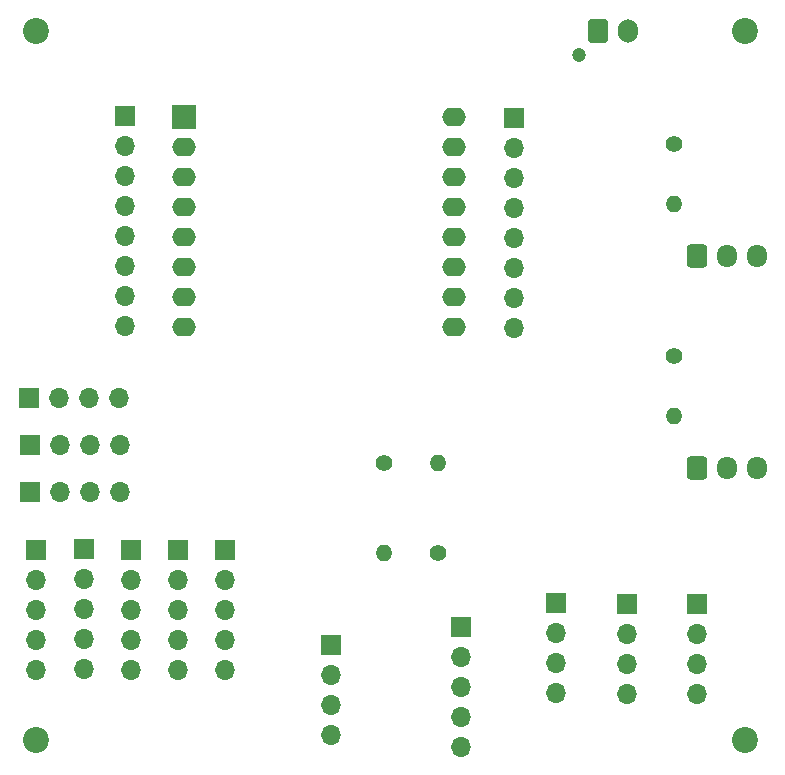
<source format=gbr>
%TF.GenerationSoftware,KiCad,Pcbnew,8.0.5*%
%TF.CreationDate,2024-10-07T23:19:43+02:00*%
%TF.ProjectId,D1 Breadboard,44312042-7265-4616-9462-6f6172642e6b,rev?*%
%TF.SameCoordinates,Original*%
%TF.FileFunction,Soldermask,Bot*%
%TF.FilePolarity,Negative*%
%FSLAX46Y46*%
G04 Gerber Fmt 4.6, Leading zero omitted, Abs format (unit mm)*
G04 Created by KiCad (PCBNEW 8.0.5) date 2024-10-07 23:19:43*
%MOMM*%
%LPD*%
G01*
G04 APERTURE LIST*
G04 Aperture macros list*
%AMRoundRect*
0 Rectangle with rounded corners*
0 $1 Rounding radius*
0 $2 $3 $4 $5 $6 $7 $8 $9 X,Y pos of 4 corners*
0 Add a 4 corners polygon primitive as box body*
4,1,4,$2,$3,$4,$5,$6,$7,$8,$9,$2,$3,0*
0 Add four circle primitives for the rounded corners*
1,1,$1+$1,$2,$3*
1,1,$1+$1,$4,$5*
1,1,$1+$1,$6,$7*
1,1,$1+$1,$8,$9*
0 Add four rect primitives between the rounded corners*
20,1,$1+$1,$2,$3,$4,$5,0*
20,1,$1+$1,$4,$5,$6,$7,0*
20,1,$1+$1,$6,$7,$8,$9,0*
20,1,$1+$1,$8,$9,$2,$3,0*%
G04 Aperture macros list end*
%ADD10C,1.200000*%
%ADD11RoundRect,0.250000X-0.600000X-0.750000X0.600000X-0.750000X0.600000X0.750000X-0.600000X0.750000X0*%
%ADD12O,1.700000X2.000000*%
%ADD13R,1.700000X1.700000*%
%ADD14O,1.700000X1.700000*%
%ADD15C,2.200000*%
%ADD16R,2.000000X2.000000*%
%ADD17O,2.000000X1.600000*%
%ADD18C,1.400000*%
%ADD19O,1.400000X1.400000*%
%ADD20RoundRect,0.250000X-0.600000X-0.725000X0.600000X-0.725000X0.600000X0.725000X-0.600000X0.725000X0*%
%ADD21O,1.700000X1.950000*%
G04 APERTURE END LIST*
D10*
%TO.C,J18*%
X63000000Y-19000000D03*
D11*
X64600000Y-17000000D03*
D12*
X67100000Y-17000000D03*
%TD*%
D13*
%TO.C,J11*%
X53000000Y-67380000D03*
D14*
X53000000Y-69920000D03*
X53000000Y-72460000D03*
X53000000Y-75000000D03*
X53000000Y-77540000D03*
%TD*%
D13*
%TO.C,J14*%
X42000000Y-68920000D03*
D14*
X42000000Y-71460000D03*
X42000000Y-74000000D03*
X42000000Y-76540000D03*
%TD*%
D15*
%TO.C,REF\u002A\u002A*%
X17000000Y-17000000D03*
%TD*%
%TO.C,REF\u002A\u002A*%
X77000000Y-77000000D03*
%TD*%
D13*
%TO.C,J3*%
X16460000Y-52000000D03*
D14*
X19000000Y-52000000D03*
X21540000Y-52000000D03*
X24080000Y-52000000D03*
%TD*%
D13*
%TO.C,J7*%
X16380000Y-48000000D03*
D14*
X18920000Y-48000000D03*
X21460000Y-48000000D03*
X24000000Y-48000000D03*
%TD*%
D16*
%TO.C,U1*%
X29500000Y-24220000D03*
D17*
X29500000Y-26760000D03*
X29500000Y-29300000D03*
X29500000Y-31840000D03*
X29500000Y-34380000D03*
X29500000Y-36920000D03*
X29500000Y-39460000D03*
X29500000Y-42000000D03*
X52360000Y-42000000D03*
X52360000Y-39460000D03*
X52360000Y-36920000D03*
X52360000Y-34380000D03*
X52360000Y-31840000D03*
X52360000Y-29300000D03*
X52360000Y-26760000D03*
X52360000Y-24220000D03*
%TD*%
D18*
%TO.C,R4*%
X71000000Y-26525000D03*
D19*
X71000000Y-31605000D03*
%TD*%
D18*
%TO.C,R3*%
X71000000Y-44500000D03*
D19*
X71000000Y-49580000D03*
%TD*%
D13*
%TO.C,J4*%
X33035000Y-60885000D03*
D14*
X33035000Y-63425000D03*
X33035000Y-65965000D03*
X33035000Y-68505000D03*
X33035000Y-71045000D03*
%TD*%
D18*
%TO.C,R1*%
X46500000Y-53500000D03*
D19*
X46500000Y-61120000D03*
%TD*%
D13*
%TO.C,J8*%
X24500000Y-24125000D03*
D14*
X24500000Y-26665000D03*
X24500000Y-29205000D03*
X24500000Y-31745000D03*
X24500000Y-34285000D03*
X24500000Y-36825000D03*
X24500000Y-39365000D03*
X24500000Y-41905000D03*
%TD*%
%TO.C,J16*%
X67000000Y-73080000D03*
X67000000Y-70540000D03*
X67000000Y-68000000D03*
D13*
X67000000Y-65460000D03*
%TD*%
%TO.C,J9*%
X57500000Y-24340000D03*
D14*
X57500000Y-26880000D03*
X57500000Y-29420000D03*
X57500000Y-31960000D03*
X57500000Y-34500000D03*
X57500000Y-37040000D03*
X57500000Y-39580000D03*
X57500000Y-42120000D03*
%TD*%
%TO.C,J15*%
X61000000Y-73000000D03*
X61000000Y-70460000D03*
X61000000Y-67920000D03*
D13*
X61000000Y-65380000D03*
%TD*%
D14*
%TO.C,J10*%
X24080000Y-56000000D03*
X21540000Y-56000000D03*
X19000000Y-56000000D03*
D13*
X16460000Y-56000000D03*
%TD*%
D18*
%TO.C,R2*%
X51000000Y-61120000D03*
D19*
X51000000Y-53500000D03*
%TD*%
D15*
%TO.C,REF\u002A\u002A*%
X77000000Y-17000000D03*
%TD*%
D14*
%TO.C,J17*%
X73000000Y-73080000D03*
X73000000Y-70540000D03*
X73000000Y-68000000D03*
D13*
X73000000Y-65460000D03*
%TD*%
%TO.C,J1*%
X17035000Y-60920000D03*
D14*
X17035000Y-63460000D03*
X17035000Y-66000000D03*
X17035000Y-68540000D03*
X17035000Y-71080000D03*
%TD*%
D13*
%TO.C,J5*%
X21035000Y-60840000D03*
D14*
X21035000Y-63380000D03*
X21035000Y-65920000D03*
X21035000Y-68460000D03*
X21035000Y-71000000D03*
%TD*%
D13*
%TO.C,J6*%
X25035000Y-60920000D03*
D14*
X25035000Y-63460000D03*
X25035000Y-66000000D03*
X25035000Y-68540000D03*
X25035000Y-71080000D03*
%TD*%
D15*
%TO.C,REF\u002A\u002A*%
X17000000Y-77000000D03*
%TD*%
D20*
%TO.C,J13*%
X73000000Y-36000000D03*
D21*
X75500000Y-36000000D03*
X78000000Y-36000000D03*
%TD*%
D20*
%TO.C,J12*%
X73000000Y-54000000D03*
D21*
X75500000Y-54000000D03*
X78000000Y-54000000D03*
%TD*%
D13*
%TO.C,J2*%
X29035000Y-60920000D03*
D14*
X29035000Y-63460000D03*
X29035000Y-66000000D03*
X29035000Y-68540000D03*
X29035000Y-71080000D03*
%TD*%
M02*

</source>
